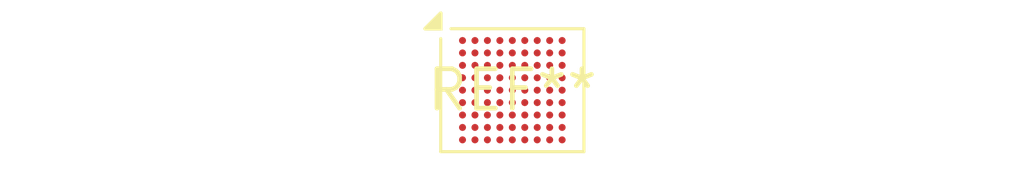
<source format=kicad_pcb>
(kicad_pcb (version 20240108) (generator pcbnew)
  (layers (0 "F.Cu" signal) (31 "B.Cu" signal) (34 "B.Paste" user) (35 "F.Paste" user) (36 "B.SilkS" user "B.Silkscreen") (37 "F.SilkS" user "F.Silkscreen") (38 "B.Mask" user) (39 "F.Mask" user) (44 "Edge.Cuts" user))
  (net 0 "")
  (footprint "WLCSP-81_4.41x3.76mm_P0.4mm" (layer "F.Cu") (at 0 0)
    (property "Reference" "REF**")
    (property "Value" "WLCSP-81_4.41x3.76mm_P0.4mm")
    (fp_line (start -2.3 -1.66) (end -2.3 1.98) (layer "F.SilkS") (stroke (width 0.1)))
    (fp_line (start -2.3 1.98) (end 2.3 1.98) (layer "F.SilkS") (stroke (width 0.1)))
    (fp_line (start -1.97 -1.98) (end 2.3 -1.98) (layer "F.SilkS") (stroke (width 0.1)))
    (fp_line (start 2.3 -1.98) (end 2.3 1.98) (layer "F.SilkS") (stroke (width 0.1)))
    (fp_poly (pts (xy -2.3 -1.98) (xy -2.8 -1.98) (xy -2.3 -2.48) (xy -2.3 -1.98)) (layer "F.SilkS") (stroke (width 0.12)) (fill solid))
    (pad "A1" smd circle (at -1.6 -1.6) (size 0.225 0.225) (property pad_prop_bga) (layers "F.Cu" "F.Paste" "F.Mask"))
    (pad "A2" smd circle (at -1.2 -1.6) (size 0.225 0.225) (property pad_prop_bga) (layers "F.Cu" "F.Paste" "F.Mask"))
    (pad "A3" smd circle (at -0.8 -1.6) (size 0.225 0.225) (property pad_prop_bga) (layers "F.Cu" "F.Paste" "F.Mask"))
    (pad "A4" smd circle (at -0.4 -1.6) (size 0.225 0.225) (property pad_prop_bga) (layers "F.Cu" "F.Paste" "F.Mask"))
    (pad "A5" smd circle (at 0 -1.6) (size 0.225 0.225) (property pad_prop_bga) (layers "F.Cu" "F.Paste" "F.Mask"))
    (pad "A6" smd circle (at 0.4 -1.6) (size 0.225 0.225) (property pad_prop_bga) (layers "F.Cu" "F.Paste" "F.Mask"))
    (pad "A7" smd circle (at 0.8 -1.6) (size 0.225 0.225) (property pad_prop_bga) (layers "F.Cu" "F.Paste" "F.Mask"))
    (pad "A8" smd circle (at 1.2 -1.6) (size 0.225 0.225) (property pad_prop_bga) (layers "F.Cu" "F.Paste" "F.Mask"))
    (pad "A9" smd circle (at 1.6 -1.6) (size 0.225 0.225) (property pad_prop_bga) (layers "F.Cu" "F.Paste" "F.Mask"))
    (pad "B1" smd circle (at -1.6 -1.2) (size 0.225 0.225) (property pad_prop_bga) (layers "F.Cu" "F.Paste" "F.Mask"))
    (pad "B2" smd circle (at -1.2 -1.2) (size 0.225 0.225) (property pad_prop_bga) (layers "F.Cu" "F.Paste" "F.Mask"))
    (pad "B3" smd circle (at -0.8 -1.2) (size 0.225 0.225) (property pad_prop_bga) (layers "F.Cu" "F.Paste" "F.Mask"))
    (pad "B4" smd circle (at -0.4 -1.2) (size 0.225 0.225) (property pad_prop_bga) (layers "F.Cu" "F.Paste" "F.Mask"))
    (pad "B5" smd circle (at 0 -1.2) (size 0.225 0.225) (property pad_prop_bga) (layers "F.Cu" "F.Paste" "F.Mask"))
    (pad "B6" smd circle (at 0.4 -1.2) (size 0.225 0.225) (property pad_prop_bga) (layers "F.Cu" "F.Paste" "F.Mask"))
    (pad "B7" smd circle (at 0.8 -1.2) (size 0.225 0.225) (property pad_prop_bga) (layers "F.Cu" "F.Paste" "F.Mask"))
    (pad "B8" smd circle (at 1.2 -1.2) (size 0.225 0.225) (property pad_prop_bga) (layers "F.Cu" "F.Paste" "F.Mask"))
    (pad "B9" smd circle (at 1.6 -1.2) (size 0.225 0.225) (property pad_prop_bga) (layers "F.Cu" "F.Paste" "F.Mask"))
    (pad "C1" smd circle (at -1.6 -0.8) (size 0.225 0.225) (property pad_prop_bga) (layers "F.Cu" "F.Paste" "F.Mask"))
    (pad "C2" smd circle (at -1.2 -0.8) (size 0.225 0.225) (property pad_prop_bga) (layers "F.Cu" "F.Paste" "F.Mask"))
    (pad "C3" smd circle (at -0.8 -0.8) (size 0.225 0.225) (property pad_prop_bga) (layers "F.Cu" "F.Paste" "F.Mask"))
    (pad "C4" smd circle (at -0.4 -0.8) (size 0.225 0.225) (property pad_prop_bga) (layers "F.Cu" "F.Paste" "F.Mask"))
    (pad "C5" smd circle (at 0 -0.8) (size 0.225 0.225) (property pad_prop_bga) (layers "F.Cu" "F.Paste" "F.Mask"))
    (pad "C6" smd circle (at 0.4 -0.8) (size 0.225 0.225) (property pad_prop_bga) (layers "F.Cu" "F.Paste" "F.Mask"))
    (pad "C7" smd circle (at 0.8 -0.8) (size 0.225 0.225) (property pad_prop_bga) (layers "F.Cu" "F.Paste" "F.Mask"))
    (pad "C8" smd circle (at 1.2 -0.8) (size 0.225 0.225) (property pad_prop_bga) (layers "F.Cu" "F.Paste" "F.Mask"))
    (pad "C9" smd circle (at 1.6 -0.8) (size 0.225 0.225) (property pad_prop_bga) (layers "F.Cu" "F.Paste" "F.Mask"))
    (pad "D1" smd circle (at -1.6 -0.4) (size 0.225 0.225) (property pad_prop_bga) (layers "F.Cu" "F.Paste" "F.Mask"))
    (pad "D2" smd circle (at -1.2 -0.4) (size 0.225 0.225) (property pad_prop_bga) (layers "F.Cu" "F.Paste" "F.Mask"))
    (pad "D3" smd circle (at -0.8 -0.4) (size 0.225 0.225) (property pad_prop_bga) (layers "F.Cu" "F.Paste" "F.Mask"))
    (pad "D4" smd circle (at -0.4 -0.4) (size 0.225 0.225) (property pad_prop_bga) (layers "F.Cu" "F.Paste" "F.Mask"))
    (pad "D5" smd circle (at 0 -0.4) (size 0.225 0.225) (property pad_prop_bga) (layers "F.Cu" "F.Paste" "F.Mask"))
    (pad "D6" smd circle (at 0.4 -0.4) (size 0.225 0.225) (property pad_prop_bga) (layers "F.Cu" "F.Paste" "F.Mask"))
    (pad "D7" smd circle (at 0.8 -0.4) (size 0.225 0.225) (property pad_prop_bga) (layers "F.Cu" "F.Paste" "F.Mask"))
    (pad "D8" smd circle (at 1.2 -0.4) (size 0.225 0.225) (property pad_prop_bga) (layers "F.Cu" "F.Paste" "F.Mask"))
    (pad "D9" smd circle (at 1.6 -0.4) (size 0.225 0.225) (property pad_prop_bga) (layers "F.Cu" "F.Paste" "F.Mask"))
    (pad "E1" smd circle (at -1.6 0) (size 0.225 0.225) (property pad_prop_bga) (layers "F.Cu" "F.Paste" "F.Mask"))
    (pad "E2" smd circle (at -1.2 0) (size 0.225 0.225) (property pad_prop_bga) (layers "F.Cu" "F.Paste" "F.Mask"))
    (pad "E3" smd circle (at -0.8 0) (size 0.225 0.225) (property pad_prop_bga) (layers "F.Cu" "F.Paste" "F.Mask"))
    (pad "E4" smd circle (at -0.4 0) (size 0.225 0.225) (property pad_prop_bga) (layers "F.Cu" "F.Paste" "F.Mask"))
    (pad "E5" smd circle (at 0 0) (size 0.225 0.225) (property pad_prop_bga) (layers "F.Cu" "F.Paste" "F.Mask"))
    (pad "E6" smd circle (at 0.4 0) (size 0.225 0.225) (property pad_prop_bga) (layers "F.Cu" "F.Paste" "F.Mask"))
    (pad "E7" smd circle (at 0.8 0) (size 0.225 0.225) (property pad_prop_bga) (layers "F.Cu" "F.Paste" "F.Mask"))
    (pad "E8" smd circle (at 1.2 0) (size 0.225 0.225) (property pad_prop_bga) (layers "F.Cu" "F.Paste" "F.Mask"))
    (pad "E9" smd circle (at 1.6 0) (size 0.225 0.225) (property pad_prop_bga) (layers "F.Cu" "F.Paste" "F.Mask"))
    (pad "F1" smd circle (at -1.6 0.4) (size 0.225 0.225) (property pad_prop_bga) (layers "F.Cu" "F.Paste" "F.Mask"))
    (pad "F2" smd circle (at -1.2 0.4) (size 0.225 0.225) (property pad_prop_bga) (layers "F.Cu" "F.Paste" "F.Mask"))
    (pad "F3" smd circle (at -0.8 0.4) (size 0.225 0.225) (property pad_prop_bga) (layers "F.Cu" "F.Paste" "F.Mask"))
    (pad "F4" smd circle (at -0.4 0.4) (size 0.225 0.225) (property pad_prop_bga) (layers "F.Cu" "F.Paste" "F.Mask"))
    (pad "F5" smd circle (at 0 0.4) (size 0.225 0.225) (property pad_prop_bga) (layers "F.Cu" "F.Paste" "F.Mask"))
    (pad "F6" smd circle (at 0.4 0.4) (size 0.225 0.225) (property pad_prop_bga) (layers "F.Cu" "F.Paste" "F.Mask"))
    (pad "F7" smd circle (at 0.8 0.4) (size 0.225 0.225) (property pad_prop_bga) (layers "F.Cu" "F.Paste" "F.Mask"))
    (pad "F8" smd circle (at 1.2 0.4) (size 0.225 0.225) (property pad_prop_bga) (layers "F.Cu" "F.Paste" "F.Mask"))
    (pad "F9" smd circle (at 1.6 0.4) (size 0.225 0.225) (property pad_prop_bga) (layers "F.Cu" "F.Paste" "F.Mask"))
    (pad "G1" smd circle (at -1.6 0.8) (size 0.225 0.225) (property pad_prop_bga) (layers "F.Cu" "F.Paste" "F.Mask"))
    (pad "G2" smd circle (at -1.2 0.8) (size 0.225 0.225) (property pad_prop_bga) (layers "F.Cu" "F.Paste" "F.Mask"))
    (pad "G3" smd circle (at -0.8 0.8) (size 0.225 0.225) (property pad_prop_bga) (layers "F.Cu" "F.Paste" "F.Mask"))
    (pad "G4" smd circle (at -0.4 0.8) (size 0.225 0.225) (property pad_prop_bga) (layers "F.Cu" "F.Paste" "F.Mask"))
    (pad "G5" smd circle (at 0 0.8) (size 0.225 0.225) (property pad_prop_bga) (layers "F.Cu" "F.Paste" "F.Mask"))
    (pad "G6" smd circle (at 0.4 0.8) (size 0.225 0.225) (property pad_prop_bga) (layers "F.Cu" "F.Paste" "F.Mask"))
    (pad "G7" smd circle (at 0.8 0.8) (size 0.225 0.225) (property pad_prop_bga) (layers "F.Cu" "F.Paste" "F.Mask"))
    (pad "G8" smd circle (at 1.2 0.8) (size 0.225 0.225) (property pad_prop_bga) (layers "F.Cu" "F.Paste" "F.Mask"))
    (pad "G9" smd circle (at 1.6 0.8) (size 0.225 0.225) (property pad_prop_bga) (layers "F.Cu" "F.Paste" "F.Mask"))
    (pad "H1" smd circle (at -1.6 1.2) (size 0.225 0.225) (property pad_prop_bga) (layers "F.Cu" "F.Paste" "F.Mask"))
    (pad "H2" smd circle (at -1.2 1.2) (size 0.225 0.225) (property pad_prop_bga) (layers "F.Cu" "F.Paste" "F.Mask"))
    (pad "H3" smd circle (at -0.8 1.2) (size 0.225 0.225) (property pad_prop_bga) (layers "F.Cu" "F.Paste" "F.Mask"))
    (pad "H4" smd circle (at -0.4 1.2) (size 0.225 0.225) (property pad_prop_bga) (layers "F.Cu" "F.Paste" "F.Mask"))
    (pad "H5" smd circle (at 0 1.2) (size 0.225 0.225) (property pad_prop_bga) (layers "F.Cu" "F.Paste" "F.Mask"))
    (pad "H6" smd circle (at 0.4 1.2) (size 0.225 0.225) (property pad_prop_bga) (layers "F.Cu" "F.Paste" "F.Mask"))
    (pad "H7" smd circle (at 0.8 1.2) (size 0.225 0.225) (property pad_prop_bga) (layers "F.Cu" "F.Paste" "F.Mask"))
    (pad "H8" smd circle (at 1.2 1.2) (size 0.225 0.225) (property pad_prop_bga) (layers "F.Cu" "F.Paste" "F.Mask"))
    (pad "H9" smd circle (at 1.6 1.2) (size 0.225 0.225) (property pad_prop_bga) (layers "F.Cu" "F.Paste" "F.Mask"))
    (pad "J1" smd circle (at -1.6 1.6) (size 0.225 0.225) (property pad_prop_bga) (layers "F.Cu" "F.Paste" "F.Mask"))
    (pad "J2" smd circle (at -1.2 1.6) (size 0.225 0.225) (property pad_prop_bga) (layers "F.Cu" "F.Paste" "F.Mask"))
    (pad "J3" smd circle (at -0.8 1.6) (size 0.225 0.225) (property pad_prop_bga) (layers "F.Cu" "F.Paste" "F.Mask"))
    (pad "J4" smd circle (at -0.4 1.6) (size 0.225 0.225) (property pad_prop_bga) (layers "F.Cu" "F.Paste" "F.Mask"))
    (pad "J5" smd circle (at 0 1.6) (size 0.225 0.225) (property pad_prop_bga) (layers "F.Cu" "F.Paste" "F.Mask"))
    (pad "J6" smd circle (at 0.4 1.6) (size 0.225 0.225) (property pad_prop_bga) (layers "F.Cu" "F.Paste" "F.Mask"))
    (pad "J7" smd circle (at 0.8 1.6) (size 0.225 0.225) (property pad_prop_bga) (layers "F.Cu" "F.Paste" "F.Mask"))
    (pad "J8" smd circle (at 1.2 1.6) (size 0.225 0.225) (property pad_prop_bga) (layers "F.Cu" "F.Paste" "F.Mask"))
    (pad "J9" smd circle (at 1.6 1.6) (size 0.225 0.225) (property pad_prop_bga) (layers "F.Cu" "F.Paste" "F.Mask"))
  )
)
</source>
